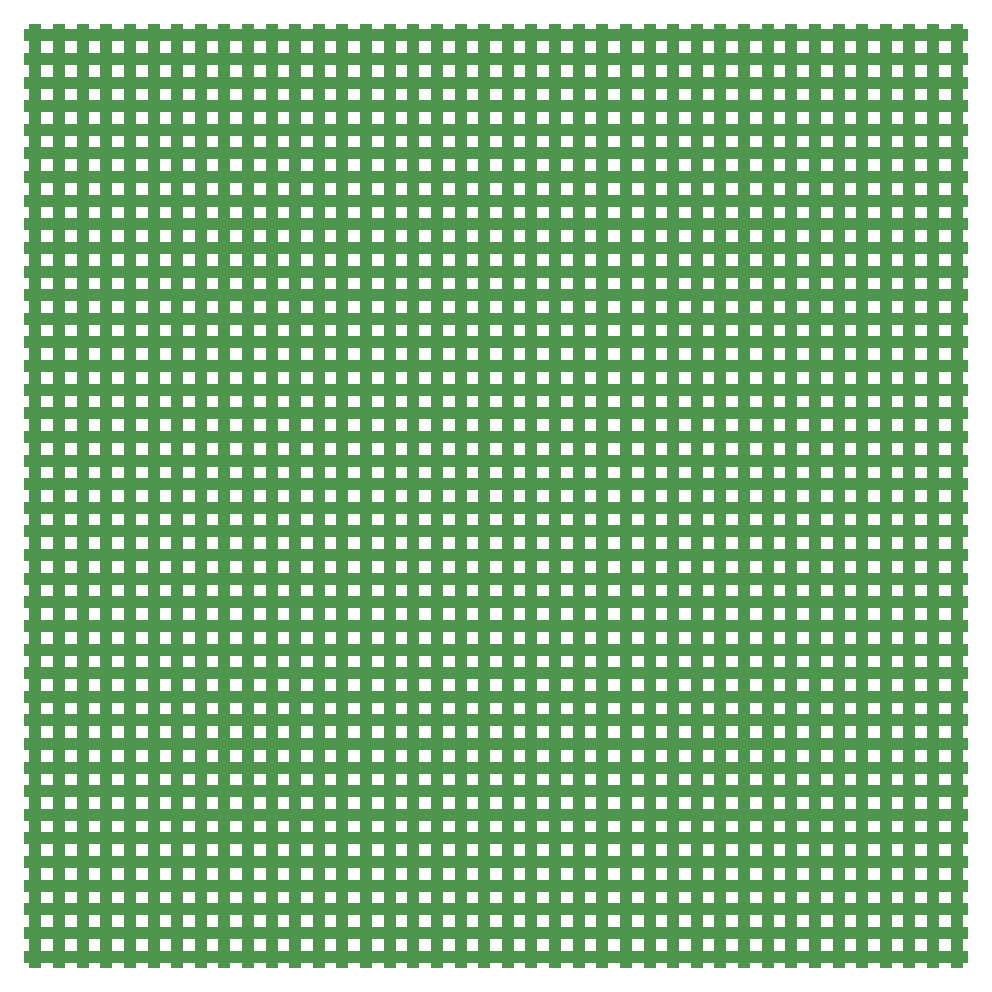
<source format=gtp>
G75*
G70*
%OFA0B0*%
%FSLAX24Y24*%
%IPPOS*%
%LPD*%
%AMOC8*
5,1,8,0,0,1.08239X$1,22.5*
%
%ADD10R,3.1496X0.0394*%
%ADD11R,0.0394X3.1496*%
D10*
X017897Y002542D03*
X017897Y003330D03*
X017897Y004117D03*
X017897Y004904D03*
X017897Y005692D03*
X017897Y006479D03*
X017897Y007267D03*
X017897Y008054D03*
X017897Y008841D03*
X017897Y009629D03*
X017897Y010416D03*
X017897Y011204D03*
X017897Y011991D03*
X017897Y012778D03*
X017897Y013566D03*
X017897Y014353D03*
X017897Y015141D03*
X017897Y015928D03*
X017897Y016715D03*
X017897Y017503D03*
X017897Y018290D03*
X017897Y019078D03*
X017897Y019865D03*
X017897Y020652D03*
X017897Y021440D03*
X017897Y022227D03*
X017897Y023015D03*
X017897Y023802D03*
X017897Y024589D03*
X017897Y025377D03*
X017897Y026164D03*
X017897Y026952D03*
X017897Y027739D03*
X017897Y028526D03*
X017897Y029314D03*
X017897Y030101D03*
X017897Y030889D03*
X017897Y031676D03*
X017897Y032463D03*
X017897Y033251D03*
D11*
X002542Y017897D03*
X003330Y017897D03*
X004117Y017897D03*
X004904Y017897D03*
X005692Y017897D03*
X006479Y017897D03*
X007267Y017897D03*
X008054Y017897D03*
X008841Y017897D03*
X009629Y017897D03*
X010416Y017897D03*
X011204Y017897D03*
X011991Y017897D03*
X012778Y017897D03*
X013566Y017897D03*
X014353Y017897D03*
X015141Y017897D03*
X015928Y017897D03*
X016715Y017897D03*
X017503Y017897D03*
X018290Y017897D03*
X019078Y017897D03*
X019865Y017897D03*
X020652Y017897D03*
X021440Y017897D03*
X022227Y017897D03*
X023015Y017897D03*
X023802Y017897D03*
X024589Y017897D03*
X025377Y017897D03*
X026164Y017897D03*
X026952Y017897D03*
X027739Y017897D03*
X028526Y017897D03*
X029314Y017897D03*
X030101Y017897D03*
X030889Y017897D03*
X031676Y017897D03*
X032463Y017897D03*
X033251Y017897D03*
M02*

</source>
